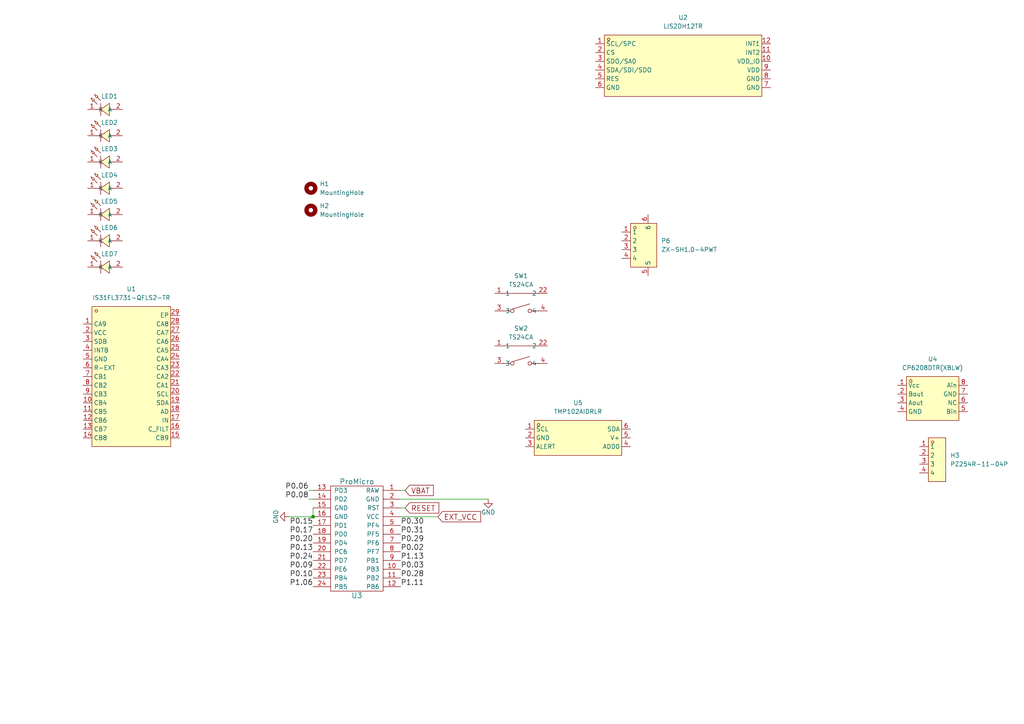
<source format=kicad_sch>
(kicad_sch (version 20250114) (generator "eeschema") (generator_version "9.0")
  (paper "A4")
  (lib_symbols
    (symbol "Mechanical:MountingHole" (pin_names (offset 1.016)) (in_bom no)
      (property "Reference" "H" (at 0 5.08 0))
      (property "Value" "MountingHole" (at 0 3.175 0))
      (symbol "MountingHole_0_1"
        (circle (center 0 0) (radius 1.27) (stroke (width 1.27)))
      )
    )
    (symbol "easyeda2kicad:CP6208DTR(XBLW)"
      (property "Reference" "U" (at 0 8.89 0))
      (property "Value" "CP6208DTR(XBLW)" (at 0 -8.89 0))
      (symbol "CP6208DTR(XBLW)_0_1"
        (rectangle (start -7.62 6.35) (end 7.62 -6.35) (fill (type background)))
        (circle (center -6.35 5.08) (radius 0.38))
        (pin unspecified line (at -10.16 3.81 0) (length 2.54) (name "Vcc") (number "1"))
        (pin unspecified line (at -10.16 1.27 0) (length 2.54) (name "Bout") (number "2"))
        (pin unspecified line (at -10.16 -1.27 0) (length 2.54) (name "Aout") (number "3"))
        (pin unspecified line (at -10.16 -3.81 0) (length 2.54) (name "GND") (number "4"))
        (pin unspecified line (at 10.16 3.81 180) (length 2.54) (name "Ain") (number "8"))
        (pin unspecified line (at 10.16 1.27 180) (length 2.54) (name "GND") (number "7"))
        (pin unspecified line (at 10.16 -1.27 180) (length 2.54) (name "NC") (number "6"))
        (pin unspecified line (at 10.16 -3.81 180) (length 2.54) (name "Bin") (number "5"))
      )
    )
    (symbol "easyeda2kicad:F.0402.00003_P2-0402R1TS2-045T-001"
      (property "Reference" "LED" (at 0 5.08 0))
      (property "Value" "F.0402.00003/P2-0402R1TS2-045T-001" (at 0 -5.08 0))
      (symbol "F.0402.00003_P2-0402R1TS2-045T-001_0_1"
        (polyline (pts (xy -4.06 3.3) (xy -3.05 2.79) (xy -3.56 2.29) (xy -4.06 3.3)) (fill (type background)))
        (polyline (pts (xy -3.05 4.32) (xy -2.03 3.81) (xy -2.54 3.3) (xy -3.05 4.32)) (fill (type background)))
        (polyline (pts (xy -2.29 1.52) (xy -3.3 2.54) (xy -2.29 1.52)) (fill (type background)))
        (polyline (pts (xy -1.27 2.54) (xy -2.29 3.56) (xy -1.27 2.54)) (fill (type background)))
        (polyline (pts (xy -1.27 1.78) (xy -1.27 -1.78)))
        (polyline (pts (xy -1.27 0) (xy -2.54 0)))
        (polyline (pts (xy 1.27 1.78) (xy -1.27 0) (xy 1.27 -1.78) (xy 1.27 1.78)) (fill (type background)))
        (polyline (pts (xy 2.54 0) (xy 1.27 0)))
        (pin unspecified line (at -5.08 0 0) (length 2.54) (name "K") (number "1"))
        (pin unspecified line (at 5.08 0 180) (length 2.54) (name "A") (number "2"))
      )
    )
    (symbol "easyeda2kicad:IS31FL3731-QFLS2-TR"
      (property "Reference" "U" (at 0 22.86 0))
      (property "Value" "IS31FL3731-QFLS2-TR" (at 0 -22.86 0))
      (symbol "IS31FL3731-QFLS2-TR_0_1"
        (rectangle (start -11.43 20.32) (end 11.43 -20.32) (fill (type background)))
        (circle (center -10.16 19.05) (radius 0.38))
        (pin unspecified line (at -13.97 15.24 0) (length 2.54) (name "CA9") (number "1"))
        (pin unspecified line (at -13.97 12.7 0) (length 2.54) (name "VCC") (number "2"))
        (pin unspecified line (at -13.97 10.16 0) (length 2.54) (name "SDB") (number "3"))
        (pin unspecified line (at -13.97 7.62 0) (length 2.54) (name "INTB") (number "4"))
        (pin unspecified line (at -13.97 5.08 0) (length 2.54) (name "GND") (number "5"))
        (pin unspecified line (at -13.97 2.54 0) (length 2.54) (name "R-EXT") (number "6"))
        (pin unspecified line (at -13.97 0 0) (length 2.54) (name "CB1") (number "7"))
        (pin unspecified line (at -13.97 -2.54 0) (length 2.54) (name "CB2") (number "8"))
        (pin unspecified line (at -13.97 -5.08 0) (length 2.54) (name "CB3") (number "9"))
        (pin unspecified line (at -13.97 -7.62 0) (length 2.54) (name "CB4") (number "10"))
        (pin unspecified line (at -13.97 -10.16 0) (length 2.54) (name "CB5") (number "11"))
        (pin unspecified line (at -13.97 -12.7 0) (length 2.54) (name "CB6") (number "12"))
        (pin unspecified line (at -13.97 -15.24 0) (length 2.54) (name "CB7") (number "13"))
        (pin unspecified line (at -13.97 -17.78 0) (length 2.54) (name "CB8") (number "14"))
        (pin unspecified line (at 13.97 17.78 180) (length 2.54) (name "EP") (number "29"))
        (pin unspecified line (at 13.97 15.24 180) (length 2.54) (name "CA8") (number "28"))
        (pin unspecified line (at 13.97 12.7 180) (length 2.54) (name "CA7") (number "27"))
        (pin unspecified line (at 13.97 10.16 180) (length 2.54) (name "CA6") (number "26"))
        (pin unspecified line (at 13.97 7.62 180) (length 2.54) (name "CA5") (number "25"))
        (pin unspecified line (at 13.97 5.08 180) (length 2.54) (name "CA4") (number "24"))
        (pin unspecified line (at 13.97 2.54 180) (length 2.54) (name "CA3") (number "23"))
        (pin unspecified line (at 13.97 0 180) (length 2.54) (name "CA2") (number "22"))
        (pin unspecified line (at 13.97 -2.54 180) (length 2.54) (name "CA1") (number "21"))
        (pin unspecified line (at 13.97 -5.08 180) (length 2.54) (name "SCL") (number "20"))
        (pin unspecified line (at 13.97 -7.62 180) (length 2.54) (name "SDA") (number "19"))
        (pin unspecified line (at 13.97 -10.16 180) (length 2.54) (name "AD") (number "18"))
        (pin unspecified line (at 13.97 -12.7 180) (length 2.54) (name "IN") (number "17"))
        (pin unspecified line (at 13.97 -15.24 180) (length 2.54) (name "C_FILT") (number "16"))
        (pin unspecified line (at 13.97 -17.78 180) (length 2.54) (name "CB9") (number "15"))
      )
    )
    (symbol "easyeda2kicad:LIS2DH12TR"
      (property "Reference" "U" (at 0 11.43 0))
      (property "Value" "LIS2DH12TR" (at 0 -11.43 0))
      (symbol "LIS2DH12TR_0_1"
        (rectangle (start -22.86 8.89) (end 22.86 -8.89) (fill (type background)))
        (circle (center -21.59 7.62) (radius 0.38))
        (pin unspecified line (at -25.4 6.35 0) (length 2.54) (name "SCL/SPC") (number "1"))
        (pin unspecified line (at -25.4 3.81 0) (length 2.54) (name "CS") (number "2"))
        (pin unspecified line (at -25.4 1.27 0) (length 2.54) (name "SDO/SA0") (number "3"))
        (pin unspecified line (at -25.4 -1.27 0) (length 2.54) (name "SDA/SDI/SDO") (number "4"))
        (pin unspecified line (at -25.4 -3.81 0) (length 2.54) (name "RES") (number "5"))
        (pin unspecified line (at -25.4 -6.35 0) (length 2.54) (name "GND") (number "6"))
        (pin unspecified line (at 25.4 6.35 180) (length 2.54) (name "INT1") (number "12"))
        (pin unspecified line (at 25.4 3.81 180) (length 2.54) (name "INT2") (number "11"))
        (pin unspecified line (at 25.4 1.27 180) (length 2.54) (name "VDD_IO") (number "10"))
        (pin unspecified line (at 25.4 -1.27 180) (length 2.54) (name "VDD") (number "9"))
        (pin unspecified line (at 25.4 -3.81 180) (length 2.54) (name "GND") (number "8"))
        (pin unspecified line (at 25.4 -6.35 180) (length 2.54) (name "GND") (number "7"))
      )
    )
    (symbol "easyeda2kicad:PZ254R-11-04P"
      (property "Reference" "H" (at 0 8.89 0))
      (property "Value" "PZ254R-11-04P" (at 0 -8.89 0))
      (symbol "PZ254R-11-04P_0_1"
        (rectangle (start -2.54 6.35) (end 2.54 -6.35) (fill (type background)))
        (circle (center -1.27 5.08) (radius 0.38))
        (pin unspecified line (at -5.08 3.81 0) (length 2.54) (name "1") (number "1"))
        (pin unspecified line (at -5.08 1.27 0) (length 2.54) (name "2") (number "2"))
        (pin unspecified line (at -5.08 -1.27 0) (length 2.54) (name "3") (number "3"))
        (pin unspecified line (at -5.08 -3.81 0) (length 2.54) (name "4") (number "4"))
      )
    )
    (symbol "easyeda2kicad:TMP102AIDRLR"
      (property "Reference" "U" (at 0 7.62 0))
      (property "Value" "TMP102AIDRLR" (at 0 -7.62 0))
      (symbol "TMP102AIDRLR_0_1"
        (rectangle (start -12.7 5.08) (end 12.7 -5.08) (fill (type background)))
        (circle (center -11.43 3.81) (radius 0.38))
        (pin unspecified line (at -15.24 2.54 0) (length 2.54) (name "SCL") (number "1"))
        (pin unspecified line (at -15.24 0 0) (length 2.54) (name "GND") (number "2"))
        (pin unspecified line (at -15.24 -2.54 0) (length 2.54) (name "ALERT") (number "3"))
        (pin unspecified line (at 15.24 2.54 180) (length 2.54) (name "SDA") (number "6"))
        (pin unspecified line (at 15.24 0 180) (length 2.54) (name "V+") (number "5"))
        (pin unspecified line (at 15.24 -2.54 180) (length 2.54) (name "ADD0") (number "4"))
      )
    )
    (symbol "easyeda2kicad:TS24CA"
      (property "Reference" "SW" (at 0 7.62 0))
      (property "Value" "TS24CA" (at 0 -7.62 0))
      (symbol "TS24CA_0_1"
        (polyline (pts (xy -5.08 2.54) (xy 5.08 2.54)))
        (polyline (pts (xy -3.05 -2.54) (xy -5.08 -2.54)))
        (polyline (pts (xy -2.54 -2.03) (xy 2.54 -0.51) (xy 2.54 -0.51)))
        (circle (center -2.54 -2.54) (radius 0.51))
        (circle (center 2.54 -2.54) (radius 0.51))
        (polyline (pts (xy 3.05 -2.54) (xy 5.08 -2.54)))
        (pin unspecified line (at -7.62 2.54 0) (length 2.54) (name "1") (number "1"))
        (pin unspecified line (at -7.62 -2.54 0) (length 2.54) (name "3") (number "3"))
        (pin unspecified line (at 7.62 2.54 180) (length 2.54) (name "2") (number "22"))
        (pin unspecified line (at 7.62 -2.54 180) (length 2.54) (name "4") (number "4"))
      )
    )
    (symbol "easyeda2kicad:ZX-SH1.0-4PWT"
      (property "Reference" "U" (at 0 15.24 0))
      (property "Value" "ZX-SH1.0-4PWT" (at 0 -12.7 0))
      (symbol "ZX-SH1.0-4PWT_0_1"
        (rectangle (start -2.54 7.62) (end 5.08 -5.08) (fill (type background)))
        (circle (center -1.27 6.35) (radius 0.38))
        (pin unspecified line (at -5.08 5.08 0) (length 2.54) (name "1") (number "1"))
        (pin unspecified line (at -5.08 2.54 0) (length 2.54) (name "2") (number "2"))
        (pin unspecified line (at -5.08 0 0) (length 2.54) (name "3") (number "3"))
        (pin unspecified line (at -5.08 -2.54 0) (length 2.54) (name "4") (number "4"))
        (pin unspecified line (at 2.54 10.16 270) (length 2.54) (name "6") (number "6"))
        (pin unspecified line (at 2.54 -7.62 90) (length 2.54) (name "5") (number "5"))
      )
    )
    (symbol "nrfmicro-rescue:GND" (power) (pin_names (offset 0))
      (property "Value" "GND" (at 0 -3.81 0))
      (symbol "GND_0_1"
        (polyline (pts (xy 0 0) (xy 0 -1.27) (xy 1.27 -1.27) (xy 0 -2.54) (xy -1.27 -1.27) (xy 0 -1.27)))
      )
      (symbol "GND_1_1"
        (pin power_in line (at 0 0 270) (length 0) (hide yes) (name "GND") (number "1"))
      )
    )
    (symbol "nrfmicro-rescue:ProMicro" (pin_names (offset 1.016))
      (property "Reference" "U" (at 0 -21.59 0))
      (property "Value" "ProMicro" (at 0 11.43 0))
      (symbol "ProMicro_0_1"
        (rectangle (start 7.62 10.16) (end -7.62 -20.32))
      )
      (symbol "ProMicro_1_1"
        (pin input line (at -12.7 8.89 0) (length 5.08) (name "PD3") (number "13"))
        (pin input line (at -12.7 6.35 0) (length 5.08) (name "PD2") (number "14"))
        (pin input line (at -12.7 3.81 0) (length 5.08) (name "GND") (number "15"))
        (pin input line (at -12.7 1.27 0) (length 5.08) (name "GND") (number "16"))
        (pin input line (at -12.7 -1.27 0) (length 5.08) (name "PD1") (number "17"))
        (pin input line (at -12.7 -3.81 0) (length 5.08) (name "PD0") (number "18"))
        (pin input line (at -12.7 -6.35 0) (length 5.08) (name "PD4") (number "19"))
        (pin input line (at -12.7 -8.89 0) (length 5.08) (name "PC6") (number "20"))
        (pin input line (at -12.7 -11.43 0) (length 5.08) (name "PD7") (number "21"))
        (pin input line (at -12.7 -13.97 0) (length 5.08) (name "PE6") (number "22"))
        (pin input line (at -12.7 -16.51 0) (length 5.08) (name "PB4") (number "23"))
        (pin input line (at -12.7 -19.05 0) (length 5.08) (name "PB5") (number "24"))
        (pin input line (at 12.7 8.89 180) (length 5.08) (name "RAW") (number "1"))
        (pin input line (at 12.7 6.35 180) (length 5.08) (name "GND") (number "2"))
        (pin input line (at 12.7 3.81 180) (length 5.08) (name "RST") (number "3"))
        (pin input line (at 12.7 1.27 180) (length 5.08) (name "VCC") (number "4"))
        (pin input line (at 12.7 -1.27 180) (length 5.08) (name "PF4") (number "5"))
        (pin input line (at 12.7 -3.81 180) (length 5.08) (name "PF5") (number "6"))
        (pin input line (at 12.7 -6.35 180) (length 5.08) (name "PF6") (number "7"))
        (pin input line (at 12.7 -8.89 180) (length 5.08) (name "PF7") (number "8"))
        (pin input line (at 12.7 -11.43 180) (length 5.08) (name "PB1") (number "9"))
        (pin input line (at 12.7 -13.97 180) (length 5.08) (name "PB3") (number "10"))
        (pin input line (at 12.7 -16.51 180) (length 5.08) (name "PB2") (number "11"))
        (pin input line (at 12.7 -19.05 180) (length 5.08) (name "PB6") (number "12"))
      )
    )
  )
  (junction (at 90.805 149.86))
  (wire (pts (xy 89.535 144.78) (xy 90.805 144.78)))
  (wire (pts (xy 116.205 149.86) (xy 127 149.86)))
  (wire (pts (xy 116.205 142.24) (xy 117.475 142.24)))
  (wire (pts (xy 90.805 147.32) (xy 90.805 149.86)))
  (wire (pts (xy 116.205 147.32) (xy 117.475 147.32)))
  (wire (pts (xy 89.535 142.24) (xy 90.805 142.24)))
  (wire (pts (xy 90.805 149.86) (xy 83.82 149.86)))
  (wire (pts (xy 116.205 144.78) (xy 141.605 144.78)))
  (label "P0.08" (at 89.535 144.78 180) (effects (font (size 1.524 1.524))))
  (label "P1.11" (at 116.205 170.18 0) (effects (font (size 1.524 1.524))))
  (label "P0.28" (at 116.205 167.64 0) (effects (font (size 1.524 1.524))))
  (label "P0.15" (at 90.805 152.4 180) (effects (font (size 1.524 1.524))))
  (label "P0.20" (at 90.805 157.48 180) (effects (font (size 1.524 1.524))))
  (label "P1.13" (at 116.205 162.56 0) (effects (font (size 1.524 1.524))))
  (label "P0.03" (at 116.205 165.1 0) (effects (font (size 1.524 1.524))))
  (label "P0.10" (at 90.805 167.64 180) (effects (font (size 1.524 1.524))))
  (label "P0.09" (at 90.805 165.1 180) (effects (font (size 1.524 1.524))))
  (label "P0.13" (at 90.805 160.02 180) (effects (font (size 1.524 1.524))))
  (label "P0.17" (at 90.805 154.94 180) (effects (font (size 1.524 1.524))))
  (label "P0.30" (at 116.205 152.4 0) (effects (font (size 1.524 1.524))))
  (label "P0.24" (at 90.805 162.56 180) (effects (font (size 1.524 1.524))))
  (label "P0.31" (at 116.205 154.94 0) (effects (font (size 1.524 1.524))))
  (label "P0.02" (at 116.205 160.02 0) (effects (font (size 1.524 1.524))))
  (label "P0.29" (at 116.205 157.48 0) (effects (font (size 1.524 1.524))))
  (label "P0.06" (at 89.535 142.24 180) (effects (font (size 1.524 1.524))))
  (label "P1.06" (at 90.805 170.18 180) (effects (font (size 1.524 1.524))))
  (global_label "VBAT" (shape input) (at 117.475 142.24 0) (effects (font (size 1.524 1.524))) (property "Intersheetrefs" "${INTERSHEET_REFS}" (effects (hide yes))))
  (global_label "RESET" (shape input) (at 117.475 147.32 0) (effects (font (size 1.524 1.524))) (property "Intersheetrefs" "${INTERSHEET_REFS}" (effects (hide yes))))
  (global_label "EXT_VCC" (shape input) (at 127 149.86 0) (effects (font (size 1.524 1.524))) (property "Intersheetrefs" "${INTERSHEET_REFS}" (effects (hide yes))))
  (symbol (lib_id "nrfmicro-rescue:GND") (at 141.605 144.78 0) (unit 1)
    (property "Reference" "#PWR0113" (effects (hide yes)))
    (property "Value" "GND" (at 141.605 148.59 0))
  )
  (symbol (lib_id "nrfmicro-rescue:GND") (at 83.82 149.86 270) (unit 1)
    (property "Reference" "#PWR0115" (effects (hide yes)))
    (property "Value" "GND" (at 80.01 149.86 0))
  )
  (symbol (lib_id "easyeda2kicad:LIS2DH12TR") (at 198.12 19.05 0) (unit 1)
    (property "Reference" "U2" (at 198.12 5.08 0))
    (property "Value" "LIS2DH12TR" (at 198.12 7.62 0))
    (property "Footprint" "easyeda2kicad:LGA-12_L2.0-W2.0-P0.50-BL" (effects (hide yes)))
    (property "Datasheet" "https://lcsc.com/product-detail/Motion-Sensors-Accelerometers_STMicroelectronics_LIS2DH12TR_STMicroelectronics-LIS2DH12TR_C110926.html" (effects (hide yes)))
    (property "LCSC Part" "C110926" (effects (hide yes)))
  )
  (symbol (lib_id "Mechanical:MountingHole") (at 90.17 54.61 0) (unit 1) (in_bom no)
    (property "Reference" "H1" (at 92.71 53.3399 0) (effects (justify left)))
    (property "Value" "MountingHole" (at 92.71 55.8799 0) (effects (justify left)))
    (property "Footprint" "MountingHole:MountingHole_2.1mm" (effects (hide yes)))
    (property "Description" "Mounting Hole without connection" (effects (hide yes)))
  )
  (symbol (lib_id "nrfmicro-rescue:ProMicro") (at 103.505 151.13 0) (unit 1)
    (property "Reference" "U3" (at 103.505 172.72 0) (effects (font (size 1.524 1.524))))
    (property "Value" "ProMicro" (at 103.505 139.7 0) (effects (font (size 1.524 1.524))))
    (property "Footprint" "nrfmicro:pro_micro" (effects (hide yes)))
  )
  (symbol (lib_id "easyeda2kicad:F.0402.00003_P2-0402R1TS2-045T-001") (at 30.48 39.37 0) (unit 1)
    (property "Reference" "LED2" (at 31.75 35.56 0))
    (property "Value" "F.0402.00003/P2-0402R1TS2-045T-001" (effects (hide yes)))
    (property "Footprint" "easyeda2kicad:LED0402-RD" (effects (hide yes)))
    (property "LCSC Part" "C7496803" (effects (hide yes)))
  )
  (symbol (lib_id "easyeda2kicad:CP6208DTR(XBLW)") (at 270.51 115.57 0) (unit 1)
    (property "Reference" "U4" (at 270.51 104.14 0))
    (property "Value" "CP6208DTR(XBLW)" (at 270.51 106.68 0))
    (property "Footprint" "easyeda2kicad:SOP-8_L4.9-W3.9-P1.27-LS6.0-BL" (effects (hide yes)))
    (property "LCSC Part" "C23066807" (effects (hide yes)))
  )
  (symbol (lib_id "easyeda2kicad:TS24CA") (at 151.13 102.87 0) (unit 1)
    (property "Reference" "SW2" (at 151.13 95.25 0))
    (property "Value" "TS24CA" (at 151.13 97.79 0))
    (property "Footprint" "easyeda2kicad:SW-SMD_TS24CA" (effects (hide yes)))
    (property "Datasheet" "https://lcsc.com/product-detail/Tactile-Switches_SHOU-HAN-TS24CA_C393942.html" (effects (hide yes)))
    (property "LCSC Part" "C393942" (effects (hide yes)))
  )
  (symbol (lib_id "easyeda2kicad:PZ254R-11-04P") (at 271.78 133.35 0) (unit 1)
    (property "Reference" "H3" (at 275.59 132.0799 0) (effects (justify left)))
    (property "Value" "PZ254R-11-04P" (at 275.59 134.6199 0) (effects (justify left)))
    (property "Footprint" "easyeda2kicad:HDR-TH_4P-P2.54-H-M-W10.4" (effects (hide yes)))
    (property "Datasheet" "https://lcsc.com/product-detail/Pin-Header-Female-Header_XFCN-PZ254R-11-04P_C492412.html" (effects (hide yes)))
    (property "LCSC Part" "C492412" (effects (hide yes)))
  )
  (symbol (lib_id "easyeda2kicad:TMP102AIDRLR") (at 167.64 127 0) (unit 1)
    (property "Reference" "U5" (at 167.64 116.84 0))
    (property "Value" "TMP102AIDRLR" (at 167.64 119.38 0))
    (property "Footprint" "easyeda2kicad:SOT-563_L1.6-W1.2-P0.50-LS1.6-BR" (effects (hide yes)))
    (property "Datasheet" "https://lcsc.com/product-detail/Temperature-Sensors_TI_TMP102AIDRLR_TMP102AIDRLR_C99269.html" (effects (hide yes)))
    (property "LCSC Part" "C99269" (effects (hide yes)))
  )
  (symbol (lib_id "easyeda2kicad:ZX-SH1.0-4PWT") (at 185.42 72.39 0) (unit 1)
    (property "Reference" "P6" (at 191.77 69.8499 0) (effects (justify left)))
    (property "Value" "ZX-SH1.0-4PWT" (at 191.77 72.3899 0) (effects (justify left)))
    (property "Footprint" "easyeda2kicad:CONN-SMD_4P-P1.00_MEGASTAR_ZX-SH1.0-4PWT" (effects (hide yes)))
    (property "LCSC Part" "C7430446" (effects (hide yes)))
  )
  (symbol (lib_id "easyeda2kicad:F.0402.00003_P2-0402R1TS2-045T-001") (at 30.48 54.61 0) (unit 1)
    (property "Reference" "LED4" (at 31.75 50.8 0))
    (property "Value" "F.0402.00003/P2-0402R1TS2-045T-001" (effects (hide yes)))
    (property "Footprint" "easyeda2kicad:LED0402-RD" (effects (hide yes)))
    (property "LCSC Part" "C7496803" (effects (hide yes)))
  )
  (symbol (lib_id "easyeda2kicad:F.0402.00003_P2-0402R1TS2-045T-001") (at 30.48 77.47 0) (unit 1)
    (property "Reference" "LED7" (at 31.75 73.66 0))
    (property "Value" "F.0402.00003/P2-0402R1TS2-045T-001" (effects (hide yes)))
    (property "Footprint" "easyeda2kicad:LED0402-RD" (effects (hide yes)))
    (property "LCSC Part" "C7496803" (effects (hide yes)))
  )
  (symbol (lib_id "easyeda2kicad:IS31FL3731-QFLS2-TR") (at 38.1 109.22 0) (unit 1)
    (property "Reference" "U1" (at 38.1 83.82 0))
    (property "Value" "IS31FL3731-QFLS2-TR" (at 38.1 86.36 0))
    (property "Footprint" "easyeda2kicad:QFN-28_L4.0-W4.0-P0.40-BL-EP" (effects (hide yes)))
    (property "Datasheet" "https://lcsc.com/product-detail/LED-Drivers_Integrated-Silicon-Solution_IS31FL3731-QFLS2-TR_Integrated-Silicon-Solution-ISSI-IS31FL3731-QFLS2-TR_C191206.html" (effects (hide yes)))
    (property "LCSC Part" "C191206" (effects (hide yes)))
  )
  (symbol (lib_id "easyeda2kicad:F.0402.00003_P2-0402R1TS2-045T-001") (at 30.48 69.85 0) (unit 1)
    (property "Reference" "LED6" (at 31.75 66.04 0))
    (property "Value" "F.0402.00003/P2-0402R1TS2-045T-001" (effects (hide yes)))
    (property "Footprint" "easyeda2kicad:LED0402-RD" (effects (hide yes)))
    (property "LCSC Part" "C7496803" (effects (hide yes)))
  )
  (symbol (lib_id "easyeda2kicad:F.0402.00003_P2-0402R1TS2-045T-001") (at 30.48 46.99 0) (unit 1)
    (property "Reference" "LED3" (at 31.75 43.18 0))
    (property "Value" "F.0402.00003/P2-0402R1TS2-045T-001" (effects (hide yes)))
    (property "Footprint" "easyeda2kicad:LED0402-RD" (effects (hide yes)))
    (property "LCSC Part" "C7496803" (effects (hide yes)))
  )
  (symbol (lib_id "easyeda2kicad:F.0402.00003_P2-0402R1TS2-045T-001") (at 30.48 31.75 0) (unit 1)
    (property "Reference" "LED1" (at 31.75 27.94 0))
    (property "Value" "F.0402.00003/P2-0402R1TS2-045T-001" (effects (hide yes)))
    (property "Footprint" "easyeda2kicad:LED0402-RD" (effects (hide yes)))
    (property "LCSC Part" "C7496803" (effects (hide yes)))
  )
  (symbol (lib_id "Mechanical:MountingHole") (at 90.17 60.96 0) (unit 1) (in_bom no)
    (property "Reference" "H2" (at 92.71 59.6899 0) (effects (justify left)))
    (property "Value" "MountingHole" (at 92.71 62.2299 0) (effects (justify left)))
    (property "Footprint" "MountingHole:MountingHole_2.1mm" (effects (hide yes)))
    (property "Description" "Mounting Hole without connection" (effects (hide yes)))
  )
  (symbol (lib_id "easyeda2kicad:TS24CA") (at 151.13 87.63 0) (unit 1)
    (property "Reference" "SW1" (at 151.13 80.01 0))
    (property "Value" "TS24CA" (at 151.13 82.55 0))
    (property "Footprint" "easyeda2kicad:SW-SMD_TS24CA" (effects (hide yes)))
    (property "Datasheet" "https://lcsc.com/product-detail/Tactile-Switches_SHOU-HAN-TS24CA_C393942.html" (effects (hide yes)))
    (property "LCSC Part" "C393942" (effects (hide yes)))
  )
  (symbol (lib_id "easyeda2kicad:F.0402.00003_P2-0402R1TS2-045T-001") (at 30.48 62.23 0) (unit 1)
    (property "Reference" "LED5" (at 31.75 58.42 0))
    (property "Value" "F.0402.00003/P2-0402R1TS2-045T-001" (effects (hide yes)))
    (property "Footprint" "easyeda2kicad:LED0402-RD" (effects (hide yes)))
    (property "LCSC Part" "C7496803" (effects (hide yes)))
  )
)
</source>
